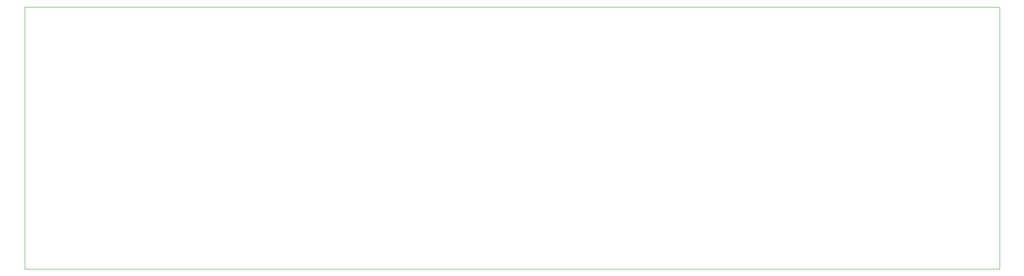
<source format=gbr>
%TF.GenerationSoftware,KiCad,Pcbnew,(6.0.0-0)*%
%TF.CreationDate,2022-02-05T17:25:56+01:00*%
%TF.ProjectId,Mega-Cube-Board,4d656761-2d43-4756-9265-2d426f617264,rev?*%
%TF.SameCoordinates,Original*%
%TF.FileFunction,Profile,NP*%
%FSLAX46Y46*%
G04 Gerber Fmt 4.6, Leading zero omitted, Abs format (unit mm)*
G04 Created by KiCad (PCBNEW (6.0.0-0)) date 2022-02-05 17:25:56*
%MOMM*%
%LPD*%
G01*
G04 APERTURE LIST*
%TA.AperFunction,Profile*%
%ADD10C,0.100000*%
%TD*%
G04 APERTURE END LIST*
D10*
X-670000000Y-361000000D02*
X-470000000Y-361000000D01*
X-470000000Y-361000000D02*
X-470000000Y-415000000D01*
X-470000000Y-415000000D02*
X-670000000Y-415000000D01*
X-670000000Y-415000000D02*
X-670000000Y-361000000D01*
M02*

</source>
